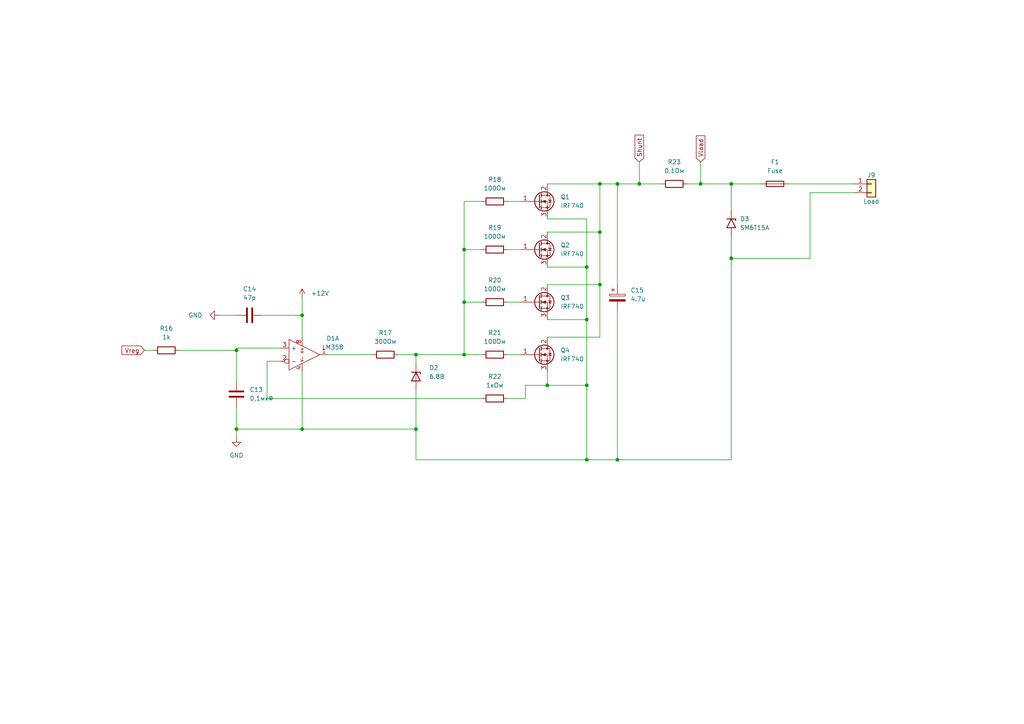
<source format=kicad_sch>
(kicad_sch (version 20211123) (generator eeschema)
  (paper "A4")
  (lib_symbols
    (symbol "Connector_Generic:Conn_01x02" (pin_names (offset 1.016) hide)
      (property "Reference" "J" (at 0 2.54 0))
      (property "Value" "Conn_01x02" (at 0 -5.08 0))
      (symbol "Conn_01x02_1_1"
        (rectangle (start -1.27 -2.413) (end 0 -2.667) (stroke (width 0.1524)))
        (rectangle (start -1.27 0.127) (end 0 -0.127) (stroke (width 0.1524)))
        (rectangle (start -1.27 1.27) (end 1.27 -3.81) (stroke (width 0.254)) (fill (type background)))
        (pin passive line (at -5.08 0 0) (length 3.81) (name "Pin_1") (number "1"))
        (pin passive line (at -5.08 -2.54 0) (length 3.81) (name "Pin_2") (number "2"))
      )
    )
    (symbol "Device:C" (pin_numbers hide) (pin_names (offset 0.254))
      (property "Reference" "C" (at 0.635 2.54 0))
      (property "Value" "C" (at 0.635 -2.54 0))
      (symbol "C_0_1"
        (polyline (pts (xy -2.032 -0.762) (xy 2.032 -0.762)) (stroke (width 0.508)))
        (polyline (pts (xy -2.032 0.762) (xy 2.032 0.762)) (stroke (width 0.508)))
      )
      (symbol "C_1_1"
        (pin passive line (at 0 3.81 270) (length 2.794) (name "~") (number "1"))
        (pin passive line (at 0 -3.81 90) (length 2.794) (name "~") (number "2"))
      )
    )
    (symbol "Device:C_Polarized" (pin_numbers hide) (pin_names (offset 0.254))
      (property "Reference" "C" (at 0.635 2.54 0))
      (property "Value" "C_Polarized" (at 0.635 -2.54 0))
      (symbol "C_Polarized_0_1"
        (rectangle (start -2.286 0.508) (end 2.286 1.016))
        (polyline (pts (xy -1.778 2.286) (xy -0.762 2.286)))
        (polyline (pts (xy -1.27 2.794) (xy -1.27 1.778)))
        (rectangle (start 2.286 -0.508) (end -2.286 -1.016) (fill (type outline)))
      )
      (symbol "C_Polarized_1_1"
        (pin passive line (at 0 3.81 270) (length 2.794) (name "~") (number "1"))
        (pin passive line (at 0 -3.81 90) (length 2.794) (name "~") (number "2"))
      )
    )
    (symbol "Device:D_Zener" (pin_numbers hide) (pin_names (offset 1.016) hide)
      (property "Reference" "D" (at 0 2.54 0))
      (property "Value" "D_Zener" (at 0 -2.54 0))
      (symbol "D_Zener_0_1"
        (polyline (pts (xy 1.27 0) (xy -1.27 0)))
        (polyline (pts (xy -1.27 -1.27) (xy -1.27 1.27) (xy -0.762 1.27)) (stroke (width 0.254)))
        (polyline (pts (xy 1.27 -1.27) (xy 1.27 1.27) (xy -1.27 0) (xy 1.27 -1.27)) (stroke (width 0.254)))
      )
      (symbol "D_Zener_1_1"
        (pin passive line (at -3.81 0 0) (length 2.54) (name "K") (number "1"))
        (pin passive line (at 3.81 0 180) (length 2.54) (name "A") (number "2"))
      )
    )
    (symbol "Device:Fuse" (pin_numbers hide) (pin_names (offset 0))
      (property "Reference" "F" (at 2.032 0 90))
      (property "Value" "Fuse" (at -1.905 0 90))
      (symbol "Fuse_0_1"
        (rectangle (start -0.762 -2.54) (end 0.762 2.54) (stroke (width 0.254)))
        (polyline (pts (xy 0 2.54) (xy 0 -2.54)))
      )
      (symbol "Fuse_1_1"
        (pin passive line (at 0 3.81 270) (length 1.27) (name "~") (number "1"))
        (pin passive line (at 0 -3.81 90) (length 1.27) (name "~") (number "2"))
      )
    )
    (symbol "Device:R" (pin_numbers hide) (pin_names (offset 0))
      (property "Reference" "R" (at 2.032 0 90))
      (property "Value" "R" (at 0 0 90))
      (symbol "R_0_1"
        (rectangle (start -1.016 -2.54) (end 1.016 2.54) (stroke (width 0.254)))
      )
      (symbol "R_1_1"
        (pin passive line (at 0 3.81 270) (length 1.27) (name "~") (number "1"))
        (pin passive line (at 0 -3.81 90) (length 1.27) (name "~") (number "2"))
      )
    )
    (symbol "Diode:SM6T15A" (pin_numbers hide) (pin_names (offset 1.016) hide)
      (property "Reference" "D" (at 0 2.54 0))
      (property "Value" "SM6T15A" (at 0 -2.54 0))
      (symbol "SM6T15A_0_1"
        (polyline (pts (xy -0.762 1.27) (xy -1.27 1.27) (xy -1.27 -1.27)) (stroke (width 0.254)))
        (polyline (pts (xy 1.27 1.27) (xy 1.27 -1.27) (xy -1.27 0) (xy 1.27 1.27)) (stroke (width 0.254)))
      )
      (symbol "SM6T15A_1_1"
        (pin passive line (at -3.81 0 0) (length 2.54) (name "A1") (number "1"))
        (pin passive line (at 3.81 0 180) (length 2.54) (name "A2") (number "2"))
      )
    )
    (symbol "MyElements:LM358"
      (property "Reference" "D" (at 4.445 4.445 0))
      (property "Value" "LM358" (at 5.08 7.62 0))
      (symbol "LM358_0_0"
        (text "V+" (at 0 1.27 900) (effects (font (size 0.8 0.8))))
        (text "V-" (at 0 -1.27 900) (effects (font (size 0.8 0.8))))
      )
      (symbol "LM358_0_1"
        (polyline (pts (xy -3.81 4.445) (xy -3.81 -4.445)))
        (polyline (pts (xy -3.81 4.445) (xy 5.08 0) (xy -3.81 -4.445)))
      )
      (symbol "LM358_1_1"
        (pin output line (at 7.62 0 180) (length 2.54) (name "") (number "1"))
        (pin input inverted (at -6.35 -1.905 0) (length 2.54) (name "-") (number "2"))
        (pin input line (at -6.35 1.905 0) (length 2.54) (name "+") (number "3"))
        (pin input line (at 0 -5.08 90) (length 2.54) (name "") (number "4"))
        (pin input line (at 0 5.08 270) (length 2.54) (name "") (number "8"))
      )
      (symbol "LM358_2_1"
        (pin input line (at 0 -5.08 90) (length 2.54) (name "") (number "4"))
        (pin input line (at -6.35 1.905 0) (length 2.54) (name "+") (number "5"))
        (pin input inverted (at -6.35 -1.905 0) (length 2.54) (name "-") (number "6"))
        (pin output line (at 7.62 0 180) (length 2.54) (name "") (number "7"))
        (pin input line (at 0 5.08 270) (length 2.54) (name "") (number "8"))
      )
    )
    (symbol "Transistor_FET:IRF740" (pin_names hide)
      (property "Reference" "Q" (at 6.35 1.905 0))
      (property "Value" "IRF740" (at 6.35 0 0))
      (symbol "IRF740_0_1"
        (polyline (pts (xy 0.254 0) (xy -2.54 0)))
        (polyline (pts (xy 0.254 1.905) (xy 0.254 -1.905)) (stroke (width 0.254)))
        (polyline (pts (xy 0.762 -1.27) (xy 0.762 -2.286)) (stroke (width 0.254)))
        (polyline (pts (xy 0.762 0.508) (xy 0.762 -0.508)) (stroke (width 0.254)))
        (polyline (pts (xy 0.762 2.286) (xy 0.762 1.27)) (stroke (width 0.254)))
        (polyline (pts (xy 2.54 2.54) (xy 2.54 1.778)))
        (polyline (pts (xy 2.54 -2.54) (xy 2.54 0) (xy 0.762 0)))
        (polyline (pts (xy 0.762 -1.778) (xy 3.302 -1.778) (xy 3.302 1.778) (xy 0.762 1.778)))
        (polyline (pts (xy 1.016 0) (xy 2.032 0.381) (xy 2.032 -0.381) (xy 1.016 0)) (fill (type outline)))
        (polyline (pts (xy 2.794 0.508) (xy 2.921 0.381) (xy 3.683 0.381) (xy 3.81 0.254)))
        (polyline (pts (xy 3.302 0.381) (xy 2.921 -0.254) (xy 3.683 -0.254) (xy 3.302 0.381)))
        (circle (center 1.651 0) (radius 2.794) (stroke (width 0.254)))
        (circle (center 2.54 -1.778) (radius 0.254) (fill (type outline)))
        (circle (center 2.54 1.778) (radius 0.254) (fill (type outline)))
      )
      (symbol "IRF740_1_1"
        (pin input line (at -5.08 0 0) (length 2.54) (name "G") (number "1"))
        (pin passive line (at 2.54 5.08 270) (length 2.54) (name "D") (number "2"))
        (pin passive line (at 2.54 -5.08 90) (length 2.54) (name "S") (number "3"))
      )
    )
    (symbol "power:+12V" (power) (pin_names (offset 0))
      (property "Value" "+12V" (at 0 3.556 0))
      (symbol "+12V_0_1"
        (polyline (pts (xy -0.762 1.27) (xy 0 2.54)))
        (polyline (pts (xy 0 0) (xy 0 2.54)))
        (polyline (pts (xy 0 2.54) (xy 0.762 1.27)))
      )
      (symbol "+12V_1_1"
        (pin power_in line (at 0 0 90) (length 0) hide (name "+12V") (number "1"))
      )
    )
    (symbol "power:GND" (power) (pin_names (offset 0))
      (property "Value" "GND" (at 0 -3.81 0))
      (symbol "GND_0_1"
        (polyline (pts (xy 0 0) (xy 0 -1.27) (xy 1.27 -1.27) (xy 0 -2.54) (xy -1.27 -1.27) (xy 0 -1.27)))
      )
      (symbol "GND_1_1"
        (pin power_in line (at 0 0 270) (length 0) hide (name "GND") (number "1"))
      )
    )
  )
  (junction (at 120.65 102.87))
  (junction (at 173.99 53.34))
  (junction (at 212.09 74.93))
  (junction (at 134.62 87.63))
  (junction (at 68.58 124.46))
  (junction (at 87.63 124.46))
  (junction (at 68.58 101.6))
  (junction (at 212.09 53.34))
  (junction (at 179.07 53.34))
  (junction (at 170.18 92.71))
  (junction (at 173.99 82.55))
  (junction (at 179.07 133.35))
  (junction (at 170.18 111.76))
  (junction (at 185.42 53.34))
  (junction (at 158.75 111.76))
  (junction (at 134.62 72.39))
  (junction (at 173.99 67.31))
  (junction (at 170.18 133.35))
  (junction (at 134.62 102.87))
  (junction (at 170.18 77.47))
  (junction (at 120.65 124.46))
  (junction (at 87.63 91.44))
  (junction (at 203.2 53.34))
  (wire (pts (xy 173.99 67.31) (xy 173.99 53.34)))
  (wire (pts (xy 147.32 115.57) (xy 152.4 115.57)))
  (wire (pts (xy 170.18 77.47) (xy 170.18 92.71)))
  (wire (pts (xy 76.2 91.44) (xy 87.63 91.44)))
  (wire (pts (xy 147.32 58.42) (xy 151.13 58.42)))
  (wire (pts (xy 234.95 74.93) (xy 234.95 55.88)))
  (wire (pts (xy 212.09 68.58) (xy 212.09 74.93)))
  (wire (pts (xy 120.65 102.87) (xy 120.65 105.41)))
  (wire (pts (xy 170.18 63.5) (xy 170.18 77.47)))
  (wire (pts (xy 134.62 72.39) (xy 134.62 87.63)))
  (wire (pts (xy 173.99 82.55) (xy 158.75 82.55)))
  (wire (pts (xy 203.2 53.34) (xy 212.09 53.34)))
  (wire (pts (xy 77.47 104.775) (xy 77.47 115.57)))
  (wire (pts (xy 134.62 72.39) (xy 139.7 72.39)))
  (wire (pts (xy 52.07 101.6) (xy 68.58 101.6)))
  (wire (pts (xy 87.63 124.46) (xy 68.58 124.46)))
  (wire (pts (xy 179.07 90.17) (xy 179.07 133.35)))
  (wire (pts (xy 68.58 101.6) (xy 68.58 100.965)))
  (wire (pts (xy 41.91 101.6) (xy 44.45 101.6)))
  (wire (pts (xy 203.2 46.99) (xy 203.2 53.34)))
  (wire (pts (xy 87.63 124.46) (xy 120.65 124.46)))
  (wire (pts (xy 134.62 87.63) (xy 139.7 87.63)))
  (wire (pts (xy 134.62 58.42) (xy 134.62 72.39)))
  (wire (pts (xy 152.4 111.76) (xy 158.75 111.76)))
  (wire (pts (xy 158.75 92.71) (xy 170.18 92.71)))
  (wire (pts (xy 158.75 63.5) (xy 170.18 63.5)))
  (wire (pts (xy 115.57 102.87) (xy 120.65 102.87)))
  (wire (pts (xy 152.4 115.57) (xy 152.4 111.76)))
  (wire (pts (xy 68.58 110.49) (xy 68.58 101.6)))
  (wire (pts (xy 158.75 111.76) (xy 158.75 107.95)))
  (wire (pts (xy 134.62 87.63) (xy 134.62 102.87)))
  (wire (pts (xy 179.07 133.35) (xy 212.09 133.35)))
  (wire (pts (xy 87.63 91.44) (xy 87.63 97.79)))
  (wire (pts (xy 173.99 53.34) (xy 179.07 53.34)))
  (wire (pts (xy 77.47 115.57) (xy 139.7 115.57)))
  (wire (pts (xy 147.32 102.87) (xy 151.13 102.87)))
  (wire (pts (xy 170.18 133.35) (xy 179.07 133.35)))
  (wire (pts (xy 120.65 133.35) (xy 120.65 124.46)))
  (wire (pts (xy 170.18 111.76) (xy 170.18 133.35)))
  (wire (pts (xy 179.07 53.34) (xy 185.42 53.34)))
  (wire (pts (xy 199.39 53.34) (xy 203.2 53.34)))
  (wire (pts (xy 63.5 91.44) (xy 68.58 91.44)))
  (wire (pts (xy 95.25 102.87) (xy 107.95 102.87)))
  (wire (pts (xy 87.63 107.95) (xy 87.63 124.46)))
  (wire (pts (xy 68.58 124.46) (xy 68.58 127)))
  (wire (pts (xy 173.99 67.31) (xy 173.99 82.55)))
  (wire (pts (xy 139.7 58.42) (xy 134.62 58.42)))
  (wire (pts (xy 158.75 53.34) (xy 173.99 53.34)))
  (wire (pts (xy 185.42 53.34) (xy 191.77 53.34)))
  (wire (pts (xy 158.75 77.47) (xy 170.18 77.47)))
  (wire (pts (xy 87.63 86.36) (xy 87.63 91.44)))
  (wire (pts (xy 179.07 53.34) (xy 179.07 82.55)))
  (wire (pts (xy 234.95 55.88) (xy 247.65 55.88)))
  (wire (pts (xy 134.62 102.87) (xy 139.7 102.87)))
  (wire (pts (xy 212.09 74.93) (xy 234.95 74.93)))
  (wire (pts (xy 77.47 104.775) (xy 81.28 104.775)))
  (wire (pts (xy 120.65 102.87) (xy 134.62 102.87)))
  (wire (pts (xy 120.65 113.03) (xy 120.65 124.46)))
  (wire (pts (xy 170.18 92.71) (xy 170.18 111.76)))
  (wire (pts (xy 120.65 133.35) (xy 170.18 133.35)))
  (wire (pts (xy 68.58 118.11) (xy 68.58 124.46)))
  (wire (pts (xy 212.09 74.93) (xy 212.09 133.35)))
  (wire (pts (xy 158.75 111.76) (xy 170.18 111.76)))
  (wire (pts (xy 228.6 53.34) (xy 247.65 53.34)))
  (wire (pts (xy 173.99 82.55) (xy 173.99 97.79)))
  (wire (pts (xy 147.32 87.63) (xy 151.13 87.63)))
  (wire (pts (xy 158.75 67.31) (xy 173.99 67.31)))
  (wire (pts (xy 147.32 72.39) (xy 151.13 72.39)))
  (wire (pts (xy 185.42 46.99) (xy 185.42 53.34)))
  (wire (pts (xy 212.09 53.34) (xy 212.09 60.96)))
  (wire (pts (xy 212.09 53.34) (xy 220.98 53.34)))
  (wire (pts (xy 173.99 97.79) (xy 158.75 97.79)))
  (wire (pts (xy 68.58 100.965) (xy 81.28 100.965)))
  (global_label "Shunt" (shape input) (at 185.42 46.99 90) (property "Intersheet References" "${INTERSHEET_REFS}" (at 185.4994 39.1945 90) (effects (justify left))))
  (global_label "Vreg" (shape input) (at 41.91 101.6 180) (property "Intersheet References" "${INTERSHEET_REFS}" (at 35.3845 101.6794 0) (effects (justify right))))
  (global_label "Vload" (shape input) (at 203.2 46.99 90) (property "Intersheet References" "${INTERSHEET_REFS}" (at 203.2794 39.3759 90) (effects (justify left))))
  (symbol (lib_id "power:GND") (at 63.5 91.44 270) (unit 1)
    (property "Reference" "#PWR037" (effects hide))
    (property "Value" "GND" (at 54.61 91.44 90) (effects (justify left)))
  )
  (symbol (lib_id "Transistor_FET:IRF740") (at 156.21 72.39 0) (unit 1)
    (property "Reference" "Q2" (at 162.56 71.1199 0) (effects (justify left)))
    (property "Value" "IRF740" (at 162.56 73.6599 0) (effects (justify left)))
    (property "Footprint" "Package_TO_SOT_THT:TO-220-3_Vertical" (effects hide))
    (property "Datasheet" "http://www.vishay.com/docs/91054/91054.pdf" (effects hide))
  )
  (symbol (lib_id "Connector_Generic:Conn_01x02") (at 252.73 53.34 0) (unit 1)
    (property "Reference" "J9" (at 252.73 50.8 0))
    (property "Value" "Load" (at 252.73 58.42 0))
    (property "Footprint" "MyElemets:Conn_x2" (effects hide))
  )
  (symbol (lib_id "Device:R") (at 143.51 115.57 90) (unit 1)
    (property "Reference" "R22" (at 143.51 109.22 90))
    (property "Value" "1кОм" (at 143.51 111.76 90))
    (property "Footprint" "Resistor_SMD:R_0805_2012Metric" (effects hide))
  )
  (symbol (lib_id "Device:R") (at 143.51 72.39 90) (unit 1)
    (property "Reference" "R19" (at 143.51 66.04 90))
    (property "Value" "100Ом" (at 143.51 68.58 90))
    (property "Footprint" "Resistor_SMD:R_0805_2012Metric_Pad1.20x1.40mm_HandSolder" (effects hide))
  )
  (symbol (lib_id "power:GND") (at 68.58 127 0) (unit 1)
    (property "Reference" "#PWR038" (effects hide))
    (property "Value" "GND" (at 68.58 132.08 0))
  )
  (symbol (lib_id "Transistor_FET:IRF740") (at 156.21 87.63 0) (unit 1)
    (property "Reference" "Q3" (at 162.56 86.3599 0) (effects (justify left)))
    (property "Value" "IRF740" (at 162.56 88.8999 0) (effects (justify left)))
    (property "Footprint" "Package_TO_SOT_THT:TO-220-3_Vertical" (effects hide))
    (property "Datasheet" "http://www.vishay.com/docs/91054/91054.pdf" (effects hide))
  )
  (symbol (lib_id "Device:R") (at 143.51 102.87 90) (unit 1)
    (property "Reference" "R21" (at 143.51 96.52 90))
    (property "Value" "100Ом" (at 143.51 99.06 90))
    (property "Footprint" "Resistor_SMD:R_0805_2012Metric" (effects hide))
  )
  (symbol (lib_id "power:+12V") (at 87.63 86.36 0) (unit 1)
    (property "Reference" "#PWR039" (effects hide))
    (property "Value" "+12V" (at 90.17 85.0899 0) (effects (justify left)))
  )
  (symbol (lib_id "Device:C_Polarized") (at 179.07 86.36 0) (unit 1)
    (property "Reference" "C15" (at 182.88 84.2009 0) (effects (justify left)))
    (property "Value" "4.7u" (at 182.88 86.7409 0) (effects (justify left)))
    (property "Footprint" "Capacitor_SMD:CP_Elec_5x5.3" (effects hide))
  )
  (symbol (lib_id "Device:C") (at 72.39 91.44 90) (unit 1)
    (property "Reference" "C14" (at 72.39 83.82 90))
    (property "Value" "47p" (at 72.39 86.36 90))
    (property "Footprint" "Capacitor_SMD:C_0805_2012Metric" (effects hide))
  )
  (symbol (lib_id "Transistor_FET:IRF740") (at 156.21 102.87 0) (unit 1)
    (property "Reference" "Q4" (at 162.56 101.5999 0) (effects (justify left)))
    (property "Value" "IRF740" (at 162.56 104.1399 0) (effects (justify left)))
    (property "Footprint" "Package_TO_SOT_THT:TO-220-3_Vertical" (effects hide))
    (property "Datasheet" "http://www.vishay.com/docs/91054/91054.pdf" (effects hide))
  )
  (symbol (lib_id "Device:R") (at 111.76 102.87 90) (unit 1)
    (property "Reference" "R17" (at 111.76 96.52 90))
    (property "Value" "300Ом" (at 111.76 99.06 90))
    (property "Footprint" "Resistor_SMD:R_0805_2012Metric" (effects hide))
  )
  (symbol (lib_id "Device:D_Zener") (at 120.65 109.22 270) (unit 1)
    (property "Reference" "D2" (at 124.46 106.68 90) (effects (justify left)))
    (property "Value" "6.8В" (at 124.46 109.22 90) (effects (justify left)))
    (property "Footprint" "Diode_SMD:D_1206_3216Metric" (effects hide))
  )
  (symbol (lib_id "Device:R") (at 143.51 58.42 90) (unit 1)
    (property "Reference" "R18" (at 143.51 52.07 90))
    (property "Value" "100Ом" (at 143.51 54.61 90))
    (property "Footprint" "Resistor_SMD:R_0805_2012Metric" (effects hide))
  )
  (symbol (lib_id "Device:R") (at 143.51 87.63 90) (unit 1)
    (property "Reference" "R20" (at 143.51 81.28 90))
    (property "Value" "100Ом" (at 143.51 83.82 90))
    (property "Footprint" "Resistor_SMD:R_0805_2012Metric" (effects hide))
  )
  (symbol (lib_id "Device:C") (at 68.58 114.3 0) (unit 1)
    (property "Reference" "C13" (at 72.39 113.0299 0) (effects (justify left)))
    (property "Value" "0,1мкФ" (at 72.39 115.5699 0) (effects (justify left)))
    (property "Footprint" "Capacitor_SMD:C_0805_2012Metric" (effects hide))
  )
  (symbol (lib_id "Device:R") (at 48.26 101.6 90) (unit 1)
    (property "Reference" "R16" (at 48.26 95.25 90))
    (property "Value" "1k" (at 48.26 97.79 90))
    (property "Footprint" "Resistor_SMD:R_0805_2012Metric_Pad1.20x1.40mm_HandSolder" (effects hide))
  )
  (symbol (lib_id "Device:Fuse") (at 224.79 53.34 90) (unit 1)
    (property "Reference" "F1" (at 224.79 46.99 90))
    (property "Value" "Fuse" (at 224.79 49.53 90))
    (property "Footprint" "Fuse:Fuse_1812_4532Metric" (effects hide))
  )
  (symbol (lib_id "Diode:SM6T15A") (at 212.09 64.77 270) (unit 1)
    (property "Reference" "D3" (at 214.63 63.4999 90) (effects (justify left)))
    (property "Value" "SM6T15A" (at 214.63 66.0399 90) (effects (justify left)))
    (property "Footprint" "Diode_SMD:D_SMB" (effects hide))
    (property "Datasheet" "https://www.st.com/resource/en/datasheet/sm6t.pdf" (effects hide))
  )
  (symbol (lib_id "Transistor_FET:IRF740") (at 156.21 58.42 0) (unit 1)
    (property "Reference" "Q1" (at 162.56 57.1499 0) (effects (justify left)))
    (property "Value" "IRF740" (at 162.56 59.6899 0) (effects (justify left)))
    (property "Footprint" "Package_TO_SOT_THT:TO-220-3_Vertical" (effects hide))
    (property "Datasheet" "http://www.vishay.com/docs/91054/91054.pdf" (effects hide))
  )
  (symbol (lib_id "Device:R") (at 195.58 53.34 270) (unit 1)
    (property "Reference" "R23" (at 195.58 46.99 90))
    (property "Value" "0,1Ом" (at 195.58 49.53 90))
    (property "Footprint" "Resistor_SMD:R_1206_3216Metric" (effects hide))
  )
  (symbol (lib_id "MyElements:LM358") (at 87.63 102.87 0) (unit 1)
    (property "Reference" "D1" (at 96.52 98.171 0))
    (property "Value" "LM358" (at 96.52 100.711 0))
    (property "Footprint" "Package_DIP:DIP-8_W7.62mm_LongPads" (effects hide))
  )
)
</source>
